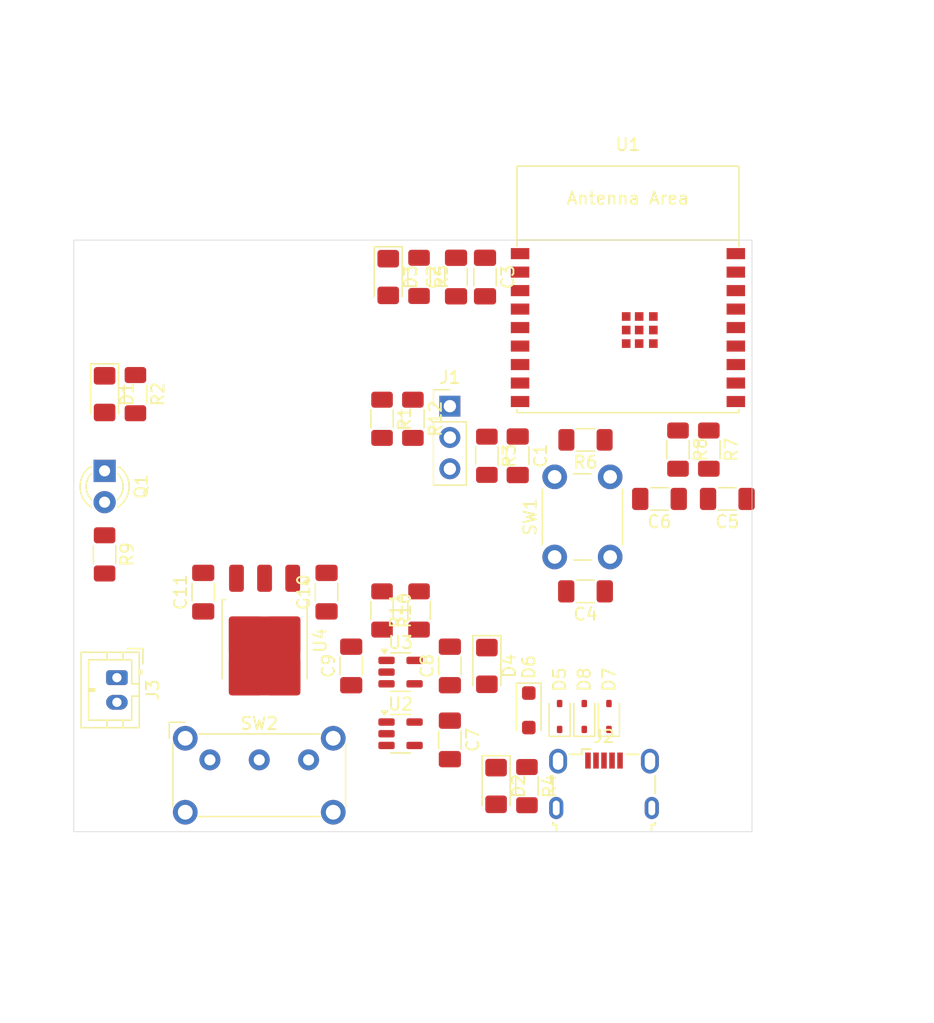
<source format=kicad_pcb>
(kicad_pcb (version 20240108) (generator "pcbnew") (generator_version "8.0")
  (title_block (title "laser photogate reporter") (date "2024-03-26") (rev "1") (company "Trevor Vannoy"))
  (layers (0 "F.Cu" signal) (31 "B.Cu" signal) (34 "B.Paste" user) (35 "F.Paste" user) (36 "B.SilkS" user "B.Silkscreen") (37 "F.SilkS" user "F.Silkscreen") (38 "B.Mask" user) (39 "F.Mask" user) (44 "Edge.Cuts" user))
  (net 0 "")
  (net 1 "/EN")
  (net 2 "GND")
  (net 3 "+3V3")
  (net 4 "Net-(C4-Pad1)")
  (net 5 "/USB_D-")
  (net 6 "/USB_D+")
  (net 7 "VDD")
  (net 8 "VBAT")
  (net 9 "Net-(D1-A)")
  (net 10 "Net-(D2-A)")
  (net 11 "Net-(D3-A)")
  (net 12 "Net-(D4-K)")
  (net 13 "VBUS")
  (net 14 "/IO9")
  (net 16 "/~{LASER_TRIPPED}")
  (net 17 "/IO2")
  (net 18 "/HEARTBEAT")
  (net 19 "Net-(U1-GPIO18{slash}USB_D-)")
  (net 20 "Net-(U1-GPIO19{slash}USB_D+)")
  (net 21 "Net-(U3-STAT)")
  (net 22 "Net-(U3-PROG)")
  (net 23 "/IO8")
  (net 24 "Net-(SW2-B)")
  (footprint "Package_TO_SOT_SMD:SOT-23-5" (layer "F.Cu") (at 172 87.05)
    (property "Reference" "U3" (at 0 -2.4 360) (layer "F.SilkS"))
    (property "Value" "MCP73831-2-OT")
    (fp_line (start 0 -1.56) (end -0.8 -1.56) (stroke (width 0.12)) (layer "F.SilkS"))
    (fp_line (start 0 -1.56) (end 0.8 -1.56) (stroke (width 0.12)) (layer "F.SilkS"))
    (fp_line (start 0 1.56) (end -0.8 1.56) (stroke (width 0.12)) (layer "F.SilkS"))
    (fp_line (start 0 1.56) (end 0.8 1.56) (stroke (width 0.12)) (layer "F.SilkS"))
    (fp_poly (pts (xy -1.3 -1.51) (xy -1.54 -1.84) (xy -1.06 -1.84) (xy -1.3 -1.51)) (stroke (width 0.12)) (fill solid) (layer "F.SilkS"))
    (pad "1" smd roundrect (at -1.1375 -0.95) (size 1.325 0.6) (layers "F.Cu" "F.Paste" "F.Mask") (net 21 "Net-(U3-STAT)"))
    (pad "2" smd roundrect (at -1.1375 0) (size 1.325 0.6) (layers "F.Cu" "F.Paste" "F.Mask") (net 2 "GND"))
    (pad "3" smd roundrect (at -1.1375 0.95) (size 1.325 0.6) (layers "F.Cu" "F.Paste" "F.Mask") (net 8 "VBAT"))
    (pad "4" smd roundrect (at 1.1375 0.95) (size 1.325 0.6) (layers "F.Cu" "F.Paste" "F.Mask") (net 7 "VDD"))
    (pad "5" smd roundrect (at 1.1375 -0.95) (size 1.325 0.6) (layers "F.Cu" "F.Paste" "F.Mask") (net 22 "Net-(U3-PROG)"))
  )
  (footprint "Capacitor_SMD:C_1206_3216Metric_Pad1.33x1.80mm_HandSolder" (layer "F.Cu") (at 193 73 180)
    (property "Reference" "C6" (at 0 -1.85 180) (layer "F.SilkS"))
    (property "Value" "22pF")
    (fp_line (start -0.711252 0.91) (end 0.711252 0.91) (stroke (width 0.12)) (layer "F.SilkS"))
    (fp_line (start -0.711252 -0.91) (end 0.711252 -0.91) (stroke (width 0.12)) (layer "F.SilkS"))
    (pad "1" smd roundrect (at -1.5625 0 180) (size 1.325 1.8) (layers "F.Cu" "F.Paste" "F.Mask") (roundrect_rratio 0.188679) (net 6 "/USB_D+"))
    (pad "2" smd roundrect (at 1.5625 0 180) (size 1.325 1.8) (layers "F.Cu" "F.Paste" "F.Mask") (roundrect_rratio 0.188679) (net 2 "GND"))
  )
  (footprint "Resistor_SMD:R_1206_3216Metric_Pad1.30x1.75mm_HandSolder" (layer "F.Cu") (at 179 69.5 -90)
    (property "Reference" "R3" (at 0 -1.82 90) (layer "F.SilkS"))
    (property "Value" "10k")
    (fp_line (start -0.727064 0.91) (end 0.727064 0.91) (stroke (width 0.12)) (layer "F.SilkS"))
    (fp_line (start -0.727064 -0.91) (end 0.727064 -0.91) (stroke (width 0.12)) (layer "F.SilkS"))
    (pad "1" smd roundrect (at -1.55 0 270) (size 1.3 1.75) (layers "F.Cu" "F.Paste" "F.Mask") (roundrect_rratio 0.192308) (net 1 "/EN"))
    (pad "2" smd roundrect (at 1.55 0 270) (size 1.3 1.75) (layers "F.Cu" "F.Paste" "F.Mask") (roundrect_rratio 0.192308) (net 3 "+3V3"))
  )
  (footprint "Resistor_SMD:R_1206_3216Metric_Pad1.30x1.75mm_HandSolder" (layer "F.Cu") (at 173 66.5 -90)
    (property "Reference" "R12" (at 0 -1.82 90) (layer "F.SilkS"))
    (property "Value" "10k")
    (fp_line (start -0.727064 0.91) (end 0.727064 0.91) (stroke (width 0.12)) (layer "F.SilkS"))
    (fp_line (start -0.727064 -0.91) (end 0.727064 -0.91) (stroke (width 0.12)) (layer "F.SilkS"))
    (pad "1" smd roundrect (at -1.55 0 270) (size 1.3 1.75) (layers "F.Cu" "F.Paste" "F.Mask") (roundrect_rratio 0.192308) (net 23 "/IO8"))
    (pad "2" smd roundrect (at 1.55 0 270) (size 1.3 1.75) (layers "F.Cu" "F.Paste" "F.Mask") (roundrect_rratio 0.192308) (net 3 "+3V3"))
  )
  (footprint "Connector_PinHeader_2.54mm:PinHeader_1x03_P2.54mm_Vertical" (layer "F.Cu") (at 176 65.475)
    (property "Reference" "J1" (at 0 -2.33 360) (layer "F.SilkS"))
    (property "Value" "BOOT_MODE")
    (fp_line (start -1.33 -1.33) (end 0 -1.33) (stroke (width 0.12)) (layer "F.SilkS"))
    (fp_line (start -1.33 0) (end -1.33 -1.33) (stroke (width 0.12)) (layer "F.SilkS"))
    (fp_line (start -1.33 1.27) (end -1.33 6.41) (stroke (width 0.12)) (layer "F.SilkS"))
    (fp_line (start -1.33 1.27) (end 1.33 1.27) (stroke (width 0.12)) (layer "F.SilkS"))
    (fp_line (start -1.33 6.41) (end 1.33 6.41) (stroke (width 0.12)) (layer "F.SilkS"))
    (fp_line (start 1.33 1.27) (end 1.33 6.41) (stroke (width 0.12)) (layer "F.SilkS"))
    (pad "1" thru_hole rect (at 0 0) (size 1.7 1.7) (drill 1) (layers "*.Cu" "*.Mask") (net 14 "/IO9"))
    (pad "2" thru_hole oval (at 0 2.54) (size 1.7 1.7) (drill 1) (layers "*.Cu" "*.Mask") (net 2 "GND"))
    (pad "3" thru_hole oval (at 0 5.08) (size 1.7 1.7) (drill 1) (layers "*.Cu" "*.Mask") (net 2 "GND"))
  )
  (footprint "Capacitor_SMD:C_1206_3216Metric_Pad1.33x1.80mm_HandSolder" (layer "F.Cu") (at 187 80.5 180)
    (property "Reference" "C4" (at 0 -1.85 180) (layer "F.SilkS"))
    (property "Value" "1uF")
    (fp_line (start -0.711252 0.91) (end 0.711252 0.91) (stroke (width 0.12)) (layer "F.SilkS"))
    (fp_line (start -0.711252 -0.91) (end 0.711252 -0.91) (stroke (width 0.12)) (layer "F.SilkS"))
    (pad "1" smd roundrect (at -1.5625 0 180) (size 1.325 1.8) (layers "F.Cu" "F.Paste" "F.Mask") (roundrect_rratio 0.188679) (net 4 "Net-(C4-Pad1)"))
    (pad "2" smd roundrect (at 1.5625 0 180) (size 1.325 1.8) (layers "F.Cu" "F.Paste" "F.Mask") (roundrect_rratio 0.188679) (net 2 "GND"))
  )
  (footprint "Capacitor_SMD:C_1206_3216Metric_Pad1.33x1.80mm_HandSolder" (layer "F.Cu") (at 198.5 73 180)
    (property "Reference" "C5" (at 0 -1.85 180) (layer "F.SilkS"))
    (property "Value" "22pF")
    (fp_line (start -0.711252 0.91) (end 0.711252 0.91) (stroke (width 0.12)) (layer "F.SilkS"))
    (fp_line (start -0.711252 -0.91) (end 0.711252 -0.91) (stroke (width 0.12)) (layer "F.SilkS"))
    (pad "1" smd roundrect (at -1.5625 0 180) (size 1.325 1.8) (layers "F.Cu" "F.Paste" "F.Mask") (roundrect_rratio 0.188679) (net 2 "GND"))
    (pad "2" smd roundrect (at 1.5625 0 180) (size 1.325 1.8) (layers "F.Cu" "F.Paste" "F.Mask") (roundrect_rratio 0.188679) (net 5 "/USB_D-"))
  )
  (footprint "LED_THT:LED_D3.0mm_Clear" (layer "F.Cu") (at 148 70.725 -90)
    (property "Reference" "Q1" (at 1.27 -2.96 90) (layer "F.SilkS"))
    (property "Value" "Q_Photo_NPN")
    (fp_line (start -0.29 1.08) (end -0.29 1.236) (stroke (width 0.12)) (layer "F.SilkS"))
    (fp_line (start -0.29 -1.236) (end -0.29 -1.08) (stroke (width 0.12)) (layer "F.SilkS"))
    (fp_arc (start 2.31113 1.079837) (mid 1.270117 1.5) (end 0.229039 1.08) (stroke (width 0.12)) (layer "F.SilkS"))
    (fp_arc (start 2.942335 1.078608) (mid 1.366487 1.987659) (end -0.29 1.235516) (stroke (width 0.12)) (layer "F.SilkS"))
    (fp_arc (start 0.229039 -1.08) (mid 1.270117 -1.5) (end 2.31113 -1.079837) (stroke (width 0.12)) (layer "F.SilkS"))
    (fp_arc (start -0.29 -1.235516) (mid 1.366487 -1.987659) (end 2.942335 -1.078608) (stroke (width 0.12)) (layer "F.SilkS"))
    (pad "1" thru_hole rect (at 0 0 270) (size 1.8 1.8) (drill 0.9) (layers "*.Cu" "*.Mask") (net 3 "+3V3"))
    (pad "2" thru_hole circle (at 2.54 0 270) (size 1.8 1.8) (drill 0.9) (layers "*.Cu" "*.Mask") (net 16 "/~{LASER_TRIPPED}"))
  )
  (footprint "Resistor_SMD:R_1206_3216Metric_Pad1.30x1.75mm_HandSolder" (layer "F.Cu") (at 170.5 82.05 -90)
    (property "Reference" "R10" (at 0 -1.82 90) (layer "F.SilkS"))
    (property "Value" "390")
    (fp_line (start -0.727064 0.91) (end 0.727064 0.91) (stroke (width 0.12)) (layer "F.SilkS"))
    (fp_line (start -0.727064 -0.91) (end 0.727064 -0.91) (stroke (width 0.12)) (layer "F.SilkS"))
    (pad "1" smd roundrect (at -1.55 0 270) (size 1.3 1.75) (layers "F.Cu" "F.Paste" "F.Mask") (roundrect_rratio 0.192308) (net 12 "Net-(D4-K)"))
    (pad "2" smd roundrect (at 1.55 0 270) (size 1.3 1.75) (layers "F.Cu" "F.Paste" "F.Mask") (roundrect_rratio 0.192308) (net 21 "Net-(U3-STAT)"))
  )
  (footprint "Button_Switch_THT:SW_E-Switch_EG1224_SPDT_Angled" (layer "F.Cu") (at 156.5425 94.1675)
    (property "Reference" "SW2" (at 4 -2.95 0) (layer "F.SilkS"))
    (property "Value" "BAT_EN")
    (fp_line (start -3.3 -3.05) (end -2 -3.05) (stroke (width 0.12)) (layer "F.SilkS"))
    (fp_line (start -3.3 -1.75) (end -3.3 -3.05) (stroke (width 0.12)) (layer "F.SilkS"))
    (fp_line (start -3 3.85) (end -3 -1.35) (stroke (width 0.12)) (layer "F.SilkS"))
    (fp_line (start -0.95 -2.1) (end 8.95 -2.1) (stroke (width 0.12)) (layer "F.SilkS"))
    (fp_line (start 8.95 4.6) (end -0.95 4.6) (stroke (width 0.12)) (layer "F.SilkS"))
    (fp_line (start 11 -1.35) (end 11 3.85) (stroke (width 0.12)) (layer "F.SilkS"))
    (pad "" thru_hole circle (at -2 -1.75) (size 2 2) (drill 1.2) (layers "*.Cu" "*.Mask"))
    (pad "" thru_hole circle (at -2 4.25) (size 2 2) (drill 1.2) (layers "*.Cu" "*.Mask"))
    (pad "" thru_hole circle (at 10 -1.75) (size 2 2) (drill 1.2) (layers "*.Cu" "*.Mask"))
    (pad "" thru_hole circle (at 10 4.25) (size 2 2) (drill 1.2) (layers "*.Cu" "*.Mask"))
    (pad "1" thru_hole circle (at 0 0) (size 1.7 1.7) (drill 0.9) (layers "*.Cu" "*.Mask") (net 2 "GND"))
    (pad "2" thru_hole circle (at 4 0) (size 1.7 1.7) (drill 0.9) (layers "*.Cu" "*.Mask") (net 24 "Net-(SW2-B)"))
    (pad "3" thru_hole circle (at 8 0) (size 1.7 1.7) (drill 0.9) (layers "*.Cu" "*.Mask") (net 8 "VBAT"))
  )
  (footprint "Connector_JST:JST_PH_B2B-PH-K_1x02_P2.00mm_Vertical" (layer "F.Cu") (at 149 87.5 -90)
    (property "Reference" "J3" (at 1 -2.9 90) (layer "F.SilkS"))
    (property "Value" "BATTERY")
    (fp_line (start -2.06 2.91) (end 4.06 2.91) (stroke (width 0.12)) (layer "F.SilkS"))
    (fp_line (start 4.06 2.91) (end 4.06 -1.81) (stroke (width 0.12)) (layer "F.SilkS"))
    (fp_line (start -1.45 2.3) (end 3.45 2.3) (stroke (width 0.12)) (layer "F.SilkS"))
    (fp_line (start 0.9 2.3) (end 0.9 1.8) (stroke (width 0.12)) (layer "F.SilkS"))
    (fp_line (start 1 2.3) (end 1 1.8) (stroke (width 0.12)) (layer "F.SilkS"))
    (fp_line (start 3.45 2.3) (end 3.45 -1.2) (stroke (width 0.12)) (layer "F.SilkS"))
    (fp_line (start 0.9 1.8) (end 1.1 1.8) (stroke (width 0.12)) (layer "F.SilkS"))
    (fp_line (start 1.1 1.8) (end 1.1 2.3) (stroke (width 0.12)) (layer "F.SilkS"))
    (fp_line (start -2.06 0.8) (end -1.45 0.8) (stroke (width 0.12)) (layer "F.SilkS"))
    (fp_line (start 4.06 0.8) (end 3.45 0.8) (stroke (width 0.12)) (layer "F.SilkS"))
    (fp_line (start -2.06 -0.5) (end -1.45 -0.5) (stroke (width 0.12)) (layer "F.SilkS"))
    (fp_line (start 4.06 -0.5) (end 3.45 -0.5) (stroke (width 0.12)) (layer "F.SilkS"))
    (fp_line (start -1.45 -1.2) (end -1.45 2.3) (stroke (width 0.12)) (layer "F.SilkS"))
    (fp_line (start 0.5 -1.2) (end -1.45 -1.2) (stroke (width 0.12)) (layer "F.SilkS"))
    (fp_line (start 1.5 -1.2) (end 1.5 -1.81) (stroke (width 0.12)) (layer "F.SilkS"))
    (fp_line (start 3.45 -1.2) (end 1.5 -1.2) (stroke (width 0.12)) (layer "F.SilkS"))
    (fp_line (start -2.06 -1.81) (end -2.06 2.91) (stroke (width 0.12)) (layer "F.SilkS"))
    (fp_line (start -0.3 -1.81) (end -0.3 -2.01) (stroke (width 0.12)) (layer "F.SilkS"))
    (fp_line (start 0.5 -1.81) (end 0.5 -1.2) (stroke (width 0.12)) (layer "F.SilkS"))
    (fp_line (start 4.06 -1.81) (end -2.06 -1.81) (stroke (width 0.12)) (layer "F.SilkS"))
    (fp_line (start -0.3 -1.91) (end -0.6 -1.91) (stroke (width 0.12)) (layer "F.SilkS"))
    (fp_line (start -0.6 -2.01) (end -0.6 -1.81) (stroke (width 0.12)) (layer "F.SilkS"))
    (fp_line (start -0.3 -2.01) (end -0.6 -2.01) (stroke (width 0.12)) (layer "F.SilkS"))
    (fp_line (start -2.36 -2.11) (end -2.36 -0.86) (stroke (width 0.12)) (layer "F.SilkS"))
    (fp_line (start -1.11 -2.11) (end -2.36 -2.11) (stroke (width 0.12)) (layer "F.SilkS"))
    (pad "1" thru_hole roundrect (at 0 0 270) (size 1.2 1.75) (drill 0.75) (layers "*.Cu" "*.Mask") (roundrect_rratio 0.208333) (net 2 "GND"))
    (pad "2" thru_hole oval (at 2 0 270) (size 1.2 1.75) (drill 0.75) (layers "*.Cu" "*.Mask") (net 8 "VBAT"))
  )
  (footprint "LED_SMD:LED_1206_3216Metric_Pad1.42x1.75mm_HandSolder" (layer "F.Cu") (at 171 55 -90)
    (property "Reference" "D3" (at 0 -1.82 90) (layer "F.SilkS"))
    (property "Value" "3V3")
    (fp_line (start -2.46 1.135) (end 1.6 1.135) (stroke (width 0.12)) (layer "F.SilkS"))
    (fp_line (start -2.46 -1.135) (end -2.46 1.135) (stroke (width 0.12)) (layer "F.SilkS"))
    (fp_line (start 1.6 -1.135) (end -2.46 -1.135) (stroke (width 0.12)) (layer "F.SilkS"))
    (pad "1" smd roundrect (at -1.4875 0 270) (size 1.425 1.75) (layers "F.Cu" "F.Paste" "F.Mask") (roundrect_rratio 0.175439) (net 2 "GND"))
    (pad "2" smd roundrect (at 1.4875 0 270) (size 1.425 1.75) (layers "F.Cu" "F.Paste" "F.Mask") (roundrect_rratio 0.175439) (net 11 "Net-(D3-A)"))
  )
  (footprint "Button_Switch_THT:SW_PUSH_6mm_H4.3mm" (layer "F.Cu") (at 184.5 77.71 90)
    (property "Reference" "SW1" (at 3.25 -2 270) (layer "F.SilkS"))
    (property "Value" "RESET")
    (fp_line (start 5.5 -1) (end 1 -1) (stroke (width 0.12)) (layer "F.SilkS"))
    (fp_line (start -0.25 1.5) (end -0.25 3) (stroke (width 0.12)) (layer "F.SilkS"))
    (fp_line (start 6.75 3) (end 6.75 1.5) (stroke (width 0.12)) (layer "F.SilkS"))
    (fp_line (start 1 5.5) (end 5.5 5.5) (stroke (width 0.12)) (layer "F.SilkS"))
    (pad "1" thru_hole circle (at 0 0 180) (size 2 2) (drill 1.1) (layers "*.Cu" "*.Mask") (net 2 "GND"))
    (pad "1" thru_hole circle (at 6.5 0 180) (size 2 2) (drill 1.1) (layers "*.Cu" "*.Mask") (net 2 "GND"))
    (pad "2" thru_hole circle (at 0 4.5 180) (size 2 2) (drill 1.1) (layers "*.Cu" "*.Mask") (net 4 "Net-(C4-Pad1)"))
    (pad "2" thru_hole circle (at 6.5 4.5 180) (size 2 2) (drill 1.1) (layers "*.Cu" "*.Mask") (net 4 "Net-(C4-Pad1)"))
  )
  (footprint "PCM_Espressif:ESP32-C3-WROOM-02" (layer "F.Cu") (at 190.44 59)
    (property "Reference" "U1" (at 0 -14.75 0) (layer "F.SilkS"))
    (property "Value" "ESP32-C3-WROOM-02")
    (fp_line (start -9 -13) (end -9 -6.5) (stroke (width 0.12)) (layer "F.SilkS"))
    (fp_line (start -9 -13) (end 9 -13) (stroke (width 0.12)) (layer "F.SilkS"))
    (fp_line (start -9 7) (end -9 6.75) (stroke (width 0.12)) (layer "F.SilkS"))
    (fp_line (start 9 -13) (end 9 -6.5) (stroke (width 0.12)) (layer "F.SilkS"))
    (fp_line (start 9 -7) (end -8.95 -7) (stroke (width 0.12)) (layer "F.SilkS"))
    (fp_line (start 9 6.75) (end 9 7) (stroke (width 0.12)) (layer "F.SilkS"))
    (fp_line (start 9 7) (end -9 7) (stroke (width 0.12)) (layer "F.SilkS"))
    (fp_text user "Antenna Area" (at 0 -10.4 0) (layer "F.SilkS"))
    (pad "1" smd rect (at -8.75 -5.9) (size 1.5 0.9) (layers "F.Cu" "F.Paste" "F.Mask") (net 3 "+3V3"))
    (pad "2" smd rect (at -8.75 -4.4) (size 1.5 0.9) (layers "F.Cu" "F.Paste" "F.Mask") (net 1 "/EN"))
    (pad "3" smd rect (at -8.75 -2.9) (size 1.5 0.9) (layers "F.Cu" "F.Paste" "F.Mask"))
    (pad "4" smd rect (at -8.75 -1.4) (size 1.5 0.9) (layers "F.Cu" "F.Paste" "F.Mask"))
    (pad "5" smd rect (at -8.75 0.1) (size 1.5 0.9) (layers "F.Cu" "F.Paste" "F.Mask"))
    (pad "6" smd rect (at -8.75 1.6) (size 1.5 0.9) (layers "F.Cu" "F.Paste" "F.Mask"))
    (pad "7" smd rect (at -8.75 3.1) (size 1.5 0.9) (layers "F.Cu" "F.Paste" "F.Mask") (net 23 "/IO8"))
    (pad "8" smd rect (at -8.75 4.6) (size 1.5 0.9) (layers "F.Cu" "F.Paste" "F.Mask") (net 14 "/IO9"))
    (pad "9" smd rect (at -8.75 6.1) (size 1.5 0.9) (layers "F.Cu" "F.Paste" "F.Mask") (net 2 "GND"))
    (pad "10" smd rect (at 8.75 6.1 180) (size 1.5 0.9) (layers "F.Cu" "F.Paste" "F.Mask"))
    (pad "11" smd rect (at 8.75 4.6 180) (size 1.5 0.9) (layers "F.Cu" "F.Paste" "F.Mask"))
    (pad "12" smd rect (at 8.75 3.1 180) (size 1.5 0.9) (layers "F.Cu" "F.Paste" "F.Mask"))
    (pad "13" smd rect (at 8.75 1.6 180) (size 1.5 0.9) (layers "F.Cu" "F.Paste" "F.Mask") (net 19 "Net-(U1-GPIO18{slash}USB_D-)"))
    (pad "14" smd rect (at 8.75 0.1 180) (size 1.5 0.9) (layers "F.Cu" "F.Paste" "F.Mask") (net 20 "Net-(U1-GPIO19{slash}USB_D+)"))
    (pad "15" smd rect (at 8.75 -1.4 180) (size 1.5 0.9) (layers "F.Cu" "F.Paste" "F.Mask"))
    (pad "16" smd rect (at 8.75 -2.9 180) (size 1.5 0.9) (layers "F.Cu" "F.Paste" "F.Mask") (net 17 "/IO2"))
    (pad "17" smd rect (at 8.75 -4.4 180) (size 1.5 0.9) (layers "F.Cu" "F.Paste" "F.Mask") (net 16 "/~{LASER_TRIPPED}"))
    (pad "18" smd rect (at 8.75 -5.9 180) (size 1.5 0.9) (layers "F.Cu" "F.Paste" "F.Mask") (net 18 "/HEARTBEAT"))
    (pad "19" smd rect (at -0.14 -0.8 180) (size 0.7 0.7) (layers "F.Cu" "F.Paste" "F.Mask") (net 2 "GND"))
    (pad "19" smd rect (at -0.14 0.3 180) (size 0.7 0.7) (layers "F.Cu" "F.Paste" "F.Mask") (net 2 "GND"))
    (pad "19" smd rect (at -0.14 1.4 180) (size 0.7 0.7) (layers "F.Cu" "F.Paste" "F.Mask") (net 2 "GND"))
    (pad "19" smd rect (at 0.91 -0.8 180) (size 0.7 0.7) (layers "F.Cu" "F.Paste" "F.Mask") (net 2 "GND"))
    (pad "19" smd rect (at 0.91 0.3 180) (size 0.7 0.7) (layers "F.Cu" "F.Paste" "F.Mask") (net 2 "GND"))
    (pad "19" smd rect (at 0.91 1.4 180) (size 0.7 0.7) (layers "F.Cu" "F.Paste" "F.Mask") (net 2 "GND"))
    (pad "19" smd rect (at 2.06 -0.8 180) (size 0.7 0.7) (layers "F.Cu" "F.Paste" "F.Mask") (net 2 "GND"))
    (pad "19" smd rect (at 2.06 0.3 180) (size 0.7 0.7) (layers "F.Cu" "F.Paste" "F.Mask") (net 2 "GND"))
    (pad "19" smd rect (at 2.06 1.4 180) (size 0.7 0.7) (layers "F.Cu" "F.Paste" "F.Mask") (net 2 "GND"))
  )
  (footprint "Resistor_SMD:R_1206_3216Metric_Pad1.30x1.75mm_HandSolder" (layer "F.Cu") (at 194.5 69 -90)
    (property "Reference" "R8" (at 0 -1.82 90) (layer "F.SilkS"))
    (property "Value" "0")
    (fp_line (start -0.727064 0.91) (end 0.727064 0.91) (stroke (width 0.12)) (layer "F.SilkS"))
    (fp_line (start -0.727064 -0.91) (end 0.727064 -0.91) (stroke (width 0.12)) (layer "F.SilkS"))
    (pad "1" smd roundrect (at -1.55 0 270) (size 1.3 1.75) (layers "F.Cu" "F.Paste" "F.Mask") (roundrect_rratio 0.192308) (net 20 "Net-(U1-GPIO19{slash}USB_D+)"))
    (pad "2" smd roundrect (at 1.55 0 270) (size 1.3 1.75) (layers "F.Cu" "F.Paste" "F.Mask") (roundrect_rratio 0.192308) (net 6 "/USB_D+"))
  )
  (footprint "Diode_SMD:D_SOD-123F" (layer "F.Cu") (at 182.4 90.15 -90)
    (property "Reference" "D5" (at -2.5 -2.5 90) (layer "F.SilkS"))
    (property "Value" "NRVB120VLSF")
    (fp_line (start -2.21 1) (end 1.65 1) (stroke (width 0.12)) (layer "F.SilkS"))
    (fp_line (start -2.21 -1) (end -2.21 1) (stroke (width 0.12)) (layer "F.SilkS"))
    (fp_line (start -2.21 -1) (end 1.65 -1) (stroke (width 0.12)) (layer "F.SilkS"))
    (pad "1" smd roundrect (at -1.4 0 270) (size 1.1 1.1) (layers "F.Cu" "F.Paste" "F.Mask") (roundrect_rratio 0.2272727273) (net 7 "VDD"))
    (pad "2" smd roundrect (at 1.4 0 270) (size 1.1 1.1) (layers "F.Cu" "F.Paste" "F.Mask") (roundrect_rratio 0.2272727273) (net 13 "VBUS"))
  )
  (footprint "Resistor_SMD:R_1206_3216Metric_Pad1.30x1.75mm_HandSolder" (layer "F.Cu") (at 148 77.5 -90)
    (property "Reference" "R9" (at 0 -1.82 90) (layer "F.SilkS"))
    (property "Value" "10k")
    (fp_line (start -0.727064 0.91) (end 0.727064 0.91) (stroke (width 0.12)) (layer "F.SilkS"))
    (fp_line (start -0.727064 -0.91) (end 0.727064 -0.91) (stroke (width 0.12)) (layer "F.SilkS"))
    (pad "1" smd roundrect (at -1.55 0 270) (size 1.3 1.75) (layers "F.Cu" "F.Paste" "F.Mask") (roundrect_rratio 0.192308) (net 16 "/~{LASER_TRIPPED}"))
    (pad "2" smd roundrect (at 1.55 0 270) (size 1.3 1.75) (layers "F.Cu" "F.Paste" "F.Mask") (roundrect_rratio 0.192308) (net 2 "GND"))
  )
  (footprint "LED_SMD:LED_1206_3216Metric_Pad1.42x1.75mm_HandSolder" (layer "F.Cu") (at 148 64.5 -90)
    (property "Reference" "D1" (at 0 -1.82 90) (layer "F.SilkS"))
    (property "Value" "HEARTBEAT")
    (fp_line (start -2.46 1.135) (end 1.6 1.135) (stroke (width 0.12)) (layer "F.SilkS"))
    (fp_line (start -2.46 -1.135) (end -2.46 1.135) (stroke (width 0.12)) (layer "F.SilkS"))
    (fp_line (start 1.6 -1.135) (end -2.46 -1.135) (stroke (width 0.12)) (layer "F.SilkS"))
    (pad "1" smd roundrect (at -1.4875 0 270) (size 1.425 1.75) (layers "F.Cu" "F.Paste" "F.Mask") (roundrect_rratio 0.175439) (net 2 "GND"))
    (pad "2" smd roundrect (at 1.4875 0 270) (size 1.425 1.75) (layers "F.Cu" "F.Paste" "F.Mask") (roundrect_rratio 0.175439) (net 9 "Net-(D1-A)"))
  )
  (footprint "Resistor_SMD:R_1206_3216Metric_Pad1.30x1.75mm_HandSolder" (layer "F.Cu") (at 173.5 82.05 90)
    (property "Reference" "R11" (at 0 -1.82 270) (layer "F.SilkS"))
    (property "Value" "2k")
    (fp_line (start -0.727064 -0.91) (end 0.727064 -0.91) (stroke (width 0.12)) (layer "F.SilkS"))
    (fp_line (start -0.727064 0.91) (end 0.727064 0.91) (stroke (width 0.12)) (layer "F.SilkS"))
    (pad "1" smd roundrect (at -1.55 0 90) (size 1.3 1.75) (layers "F.Cu" "F.Paste" "F.Mask") (roundrect_rratio 0.192308) (net 22 "Net-(U3-PROG)"))
    (pad "2" smd roundrect (at 1.55 0 90) (size 1.3 1.75) (layers "F.Cu" "F.Paste" "F.Mask") (roundrect_rratio 0.192308) (net 2 "GND"))
  )
  (footprint "Capacitor_SMD:C_1206_3216Metric_Pad1.33x1.80mm_HandSolder" (layer "F.Cu") (at 168 86.55 90)
    (property "Reference" "C9" (at 0 -1.85 270) (layer "F.SilkS"))
    (property "Value" "4.7uF")
    (fp_line (start -0.711252 -0.91) (end 0.711252 -0.91) (stroke (width 0.12)) (layer "F.SilkS"))
    (fp_line (start -0.711252 0.91) (end 0.711252 0.91) (stroke (width 0.12)) (layer "F.SilkS"))
    (pad "1" smd roundrect (at -1.5625 0 90) (size 1.325 1.8) (layers "F.Cu" "F.Paste" "F.Mask") (roundrect_rratio 0.188679) (net 8 "VBAT"))
    (pad "2" smd roundrect (at 1.5625 0 90) (size 1.325 1.8) (layers "F.Cu" "F.Paste" "F.Mask") (roundrect_rratio 0.188679) (net 2 "GND"))
  )
  (footprint "Resistor_SMD:R_1206_3216Metric_Pad1.30x1.75mm_HandSolder" (layer "F.Cu") (at 150.5 64.5 -90)
    (property "Reference" "R2" (at 0 -1.82 90) (layer "F.SilkS"))
    (property "Value" "180")
    (fp_line (start -0.727064 0.91) (end 0.727064 0.91) (stroke (width 0.12)) (layer "F.SilkS"))
    (fp_line (start -0.727064 -0.91) (end 0.727064 -0.91) (stroke (width 0.12)) (layer "F.SilkS"))
    (pad "1" smd roundrect (at -1.55 0 270) (size 1.3 1.75) (layers "F.Cu" "F.Paste" "F.Mask") (roundrect_rratio 0.192308) (net 18 "/HEARTBEAT"))
    (pad "2" smd roundrect (at 1.55 0 270) (size 1.3 1.75) (layers "F.Cu" "F.Paste" "F.Mask") (roundrect_rratio 0.192308) (net 9 "Net-(D1-A)"))
  )
  (footprint "Diode_SMD:D_SOD-323" (layer "F.Cu") (at 184.9 90.65 90)
    (property "Reference" "D6" (at 4 -2.5 270) (layer "F.SilkS"))
    (property "Value" "SD05_SOD323")
    (fp_line (start -1.61 -0.85) (end 1.05 -0.85) (stroke (width 0.12)) (layer "F.SilkS"))
    (fp_line (start -1.61 -0.85) (end -1.61 0.85) (stroke (width 0.12)) (layer "F.SilkS"))
    (fp_line (start -1.61 0.85) (end 1.05 0.85) (stroke (width 0.12)) (layer "F.SilkS"))
    (pad "1" smd roundrect (at -1.05 0 90) (size 0.6 0.45) (layers "F.Cu" "F.Paste" "F.Mask") (net 13 "VBUS"))
    (pad "2" smd roundrect (at 1.05 0 90) (size 0.6 0.45) (layers "F.Cu" "F.Paste" "F.Mask") (net 2 "GND"))
  )
  (footprint "MountingHole:MountingHole_3.2mm_M3" (layer "F.Cu") (at 197 96.5)
    (property "Reference" "REF**" (hide yes))
    (property "Value" "MountingHole_3.2mm_M3")
    (pad "" np_thru_hole circle (at 0 0) (size 3.2 3.2) (drill 3.2) (layers "*.Cu" "*.Mask"))
  )
  (footprint "MountingHole:MountingHole_3.2mm_M3" (layer "F.Cu") (at 149 55.5)
    (property "Reference" "REF**" (hide yes))
    (property "Value" "MountingHole_3.2mm_M3")
    (pad "" np_thru_hole circle (at 0 0) (size 3.2 3.2) (drill 3.2) (layers "F&B.Cu" "*.Mask"))
  )
  (footprint "MountingHole:MountingHole_3.2mm_M3" (layer "F.Cu") (at 149 96.5)
    (property "Reference" "REF**" (hide yes))
    (property "Value" "MountingHole_3.2mm_M3")
    (pad "" np_thru_hole circle (at 0 0) (size 3.2 3.2) (drill 3.2) (layers "F&B.Cu" "*.Mask"))
  )
  (footprint "Resistor_SMD:R_1206_3216Metric_Pad1.30x1.75mm_HandSolder" (layer "F.Cu") (at 187 68.21 180)
    (property "Reference" "R6" (at 0 -1.82 180) (layer "F.SilkS"))
    (property "Value" "0")
    (fp_line (start -0.727064 0.91) (end 0.727064 0.91) (stroke (width 0.12)) (layer "F.SilkS"))
    (fp_line (start -0.727064 -0.91) (end 0.727064 -0.91) (stroke (width 0.12)) (layer "F.SilkS"))
    (pad "1" smd roundrect (at -1.55 0 180) (size 1.3 1.75) (layers "F.Cu" "F.Paste" "F.Mask") (roundrect_rratio 0.192308) (net 4 "Net-(C4-Pad1)"))
    (pad "2" smd roundrect (at 1.55 0 180) (size 1.3 1.75) (layers "F.Cu" "F.Paste" "F.Mask") (roundrect_rratio 0.192308) (net 1 "/EN"))
  )
  (footprint "Package_TO_SOT_SMD:SOT-23-5" (layer "F.Cu") (at 172 92.05)
    (property "Reference" "U2" (at 0 -2.4 360) (layer "F.SilkS"))
    (property "Value" "MAX40200AUK")
    (fp_line (start 0 -1.56) (end -0.8 -1.56) (stroke (width 0.12)) (layer "F.SilkS"))
    (fp_line (start 0 -1.56) (end 0.8 -1.56) (stroke (width 0.12)) (layer "F.SilkS"))
    (fp_line (start 0 1.56) (end -0.8 1.56) (stroke (width 0.12)) (layer "F.SilkS"))
    (fp_line (start 0 1.56) (end 0.8 1.56) (stroke (width 0.12)) (layer "F.SilkS"))
    (fp_poly (pts (xy -1.3 -1.51) (xy -1.54 -1.84) (xy -1.06 -1.84) (xy -1.3 -1.51)) (stroke (width 0.12)) (fill solid) (layer "F.SilkS"))
    (pad "1" smd roundrect (at -1.1375 -0.95) (size 1.325 0.6) (layers "F.Cu" "F.Paste" "F.Mask") (net 8 "VBAT"))
    (pad "2" smd roundrect (at -1.1375 0) (size 1.325 0.6) (layers "F.Cu" "F.Paste" "F.Mask") (net 2 "GND"))
    (pad "3" smd roundrect (at -1.1375 0.95) (size 1.325 0.6) (layers "F.Cu" "F.Paste" "F.Mask") (net 24 "Net-(SW2-B)"))
    (pad "4" smd roundrect (at 1.1375 0.95) (size 1.325 0.6) (layers "F.Cu" "F.Paste" "F.Mask"))
    (pad "5" smd roundrect (at 1.1375 -0.95) (size 1.325 0.6) (layers "F.Cu" "F.Paste" "F.Mask") (net 7 "VDD"))
  )
  (footprint "LED_SMD:LED_1206_3216Metric_Pad1.42x1.75mm_HandSolder" (layer "F.Cu") (at 179.75 96.2875 -90)
    (property "Reference" "D2" (at 0 -1.82 90) (layer "F.SilkS"))
    (property "Value" "VBUS")
    (fp_line (start -2.46 1.135) (end 1.6 1.135) (stroke (width 0.12)) (layer "F.SilkS"))
    (fp_line (start -2.46 -1.135) (end -2.46 1.135) (stroke (width 0.12)) (layer "F.SilkS"))
    (fp_line (start 1.6 -1.135) (end -2.46 -1.135) (stroke (width 0.12)) (layer "F.SilkS"))
    (pad "1" smd roundrect (at -1.4875 0 270) (size 1.425 1.75) (layers "F.Cu" "F.Paste" "F.Mask") (roundrect_rratio 0.175439) (net 2 "GND"))
    (pad "2" smd roundrect (at 1.4875 0 270) (size 1.425 1.75) (layers "F.Cu" "F.Paste" "F.Mask") (roundrect_rratio 0.175439) (net 10 "Net-(D2-A)"))
  )
  (footprint "Capacitor_SMD:C_1206_3216Metric_Pad1.33x1.80mm_HandSolder" (layer "F.Cu") (at 176 92.55 -90)
    (property "Reference" "C7" (at 0 -1.85 90) (layer "F.SilkS"))
    (property "Value" "10uF")
    (fp_line (start -0.711252 0.91) (end 0.711252 0.91) (stroke (width 0.12)) (layer "F.SilkS"))
    (fp_line (start -0.711252 -0.91) (end 0.711252 -0.91) (stroke (width 0.12)) (layer "F.SilkS"))
    (pad "1" smd roundrect (at -1.5625 0 270) (size 1.325 1.8) (layers "F.Cu" "F.Paste" "F.Mask") (roundrect_rratio 0.188679) (net 7 "VDD"))
    (pad "2" smd roundrect (at 1.5625 0 270) (size 1.325 1.8) (layers "F.Cu" "F.Paste" "F.Mask") (roundrect_rratio 0.188679) (net 2 "GND"))
  )
  (footprint "MountingHole:MountingHole_3.2mm_M3" (layer "F.Cu") (at 195 36)
    (property "Reference" "REF**" (hide yes))
    (property "Value" "MountingHole_3.2mm_M3")
    (pad "" np_thru_hole circle (at 0 0) (size 3.2 3.2) (drill 3.2) (layers "F&B.Cu" "*.Mask"))
  )
  (footprint "Connector_USB:USB_Micro-B_Wuerth_629105150521" (layer "F.Cu") (at 188.5 96.125)
    (property "Reference" "J2" (at 0 -3.85 0) (layer "F.SilkS"))
    (property "Value" "USB_B_Micro")
    (fp_line (start -4.15 -0.65) (end -4.15 0.75) (stroke (width 0.15)) (layer "F.SilkS"))
    (fp_line (start -4.15 3.15) (end -4.15 3.3) (stroke (width 0.15)) (layer "F.SilkS"))
    (fp_line (start -4.15 3.3) (end -3.85 3.3) (stroke (width 0.15)) (layer "F.SilkS"))
    (fp_line (start -3.85 3.3) (end -3.85 3.75) (stroke (width 0.15)) (layer "F.SilkS"))
    (fp_line (start -1.8 -2.825) (end -1.8 -2.4) (stroke (width 0.15)) (layer "F.SilkS"))
    (fp_line (start -1.8 -2.4) (end -2.8 -2.4) (stroke (width 0.15)) (layer "F.SilkS"))
    (fp_line (start -1.075 -2.825) (end -1.8 -2.825) (stroke (width 0.15)) (layer "F.SilkS"))
    (fp_line (start 1.8 -2.4) (end 2.8 -2.4) (stroke (width 0.15)) (layer "F.SilkS"))
    (fp_line (start 3.85 3.3) (end 4.15 3.3) (stroke (width 0.15)) (layer "F.SilkS"))
    (fp_line (start 3.85 3.75) (end 3.85 3.3) (stroke (width 0.15)) (layer "F.SilkS"))
    (fp_line (start 4.15 0.75) (end 4.15 -0.65) (stroke (width 0.15)) (layer "F.SilkS"))
    (fp_line (start 4.15 3.3) (end 4.15 3.15) (stroke (width 0.15)) (layer "F.SilkS"))
    (pad "" np_thru_hole oval (at -2.5 -0.8) (size 0.8 0.8) (drill 0.8) (layers "*.Cu" "*.Mask"))
    (pad "" np_thru_hole oval (at 2.5 -0.8) (size 0.8 0.8) (drill 0.8) (layers "*.Cu" "*.Mask"))
    (pad "1" smd rect (at -1.3 -1.9) (size 0.45 1.3) (layers "F.Cu" "F.Paste" "F.Mask") (net 13 "VBUS"))
    (pad "2" smd rect (at -0.65 -1.9) (size 0.45 1.3) (layers "F.Cu" "F.Paste" "F.Mask") (net 5 "/USB_D-"))
    (pad "3" smd rect (at 0 -1.9) (size 0.45 1.3) (layers "F.Cu" "F.Paste" "F.Mask") (net 6 "/USB_D+"))
    (pad "4" smd rect (at 0.65 -1.9) (size 0.45 1.3) (layers "F.Cu" "F.Paste" "F.Mask"))
    (pad "5" smd rect (at 1.3 -1.9) (size 0.45 1.3) (layers "F.Cu" "F.Paste" "F.Mask") (net 2 "GND"))
    (pad "6" thru_hole oval (at -3.875 1.95) (size 1.15 1.8) (drill oval 0.55 1.2) (layers "*.Cu" "*.Mask") (net 2 "GND"))
    (pad "6" thru_hole oval (at -3.725 -1.85) (size 1.45 2) (drill oval 0.85 1.4) (layers "*.Cu" "*.Mask") (net 2 "GND"))
    (pad "6" thru_hole oval (at 3.725 -1.85) (size 1.45 2) (drill oval 0.85 1.4) (layers "*.Cu" "*.Mask") (net 2 "GND"))
    (pad "6" thru_hole oval (at 3.875 1.95) (size 1.15 1.8) (drill oval 0.55 1.2) (layers "*.Cu" "*.Mask") (net 2 "GND"))
  )
  (footprint "Resistor_SMD:R_1206_3216Metric_Pad1.30x1.75mm_HandSolder" (layer "F.Cu") (at 197 69 -90)
    (property "Reference" "R7" (at 0 -1.82 90) (layer "F.SilkS"))
    (property "Value" "0")
    (fp_line (start -0.727064 0.91) (end 0.727064 0.91) (stroke (width 0.12)) (layer "F.SilkS"))
    (fp_line (start -0.727064 -0.91) (end 0.727064 -0.91) (stroke (width 0.12)) (layer "F.SilkS"))
    (pad "1" smd roundrect (at -1.55 0 270) (size 1.3 1.75) (layers "F.Cu" "F.Paste" "F.Mask") (roundrect_rratio 0.192308) (net 19 "Net-(U1-GPIO18{slash}USB_D-)"))
    (pad "2" smd roundrect (at 1.55 0 270) (size 1.3 1.75) (layers "F.Cu" "F.Paste" "F.Mask") (roundrect_rratio 0.192308) (net 5 "/USB_D-"))
  )
  (footprint "Capacitor_SMD:C_1206_3216Metric_Pad1.33x1.80mm_HandSolder" (layer "F.Cu") (at 156 80.5625 90)
    (property "Reference" "C11" (at 0 -1.85 270) (layer "F.SilkS"))
    (property "Value" "2.2uF")
    (fp_line (start -0.711252 -0.91) (end 0.711252 -0.91) (stroke (width 0.12)) (layer "F.SilkS"))
    (fp_line (start -0.711252 0.91) (end 0.711252 0.91) (stroke (width 0.12)) (layer "F.SilkS"))
    (pad "1" smd roundrect (at -1.5625 0 90) (size 1.325 1.8) (layers "F.Cu" "F.Paste" "F.Mask") (roundrect_rratio 0.188679) (net 2 "GND"))
    (pad "2" smd roundrect (at 1.5625 0 90) (size 1.325 1.8) (layers "F.Cu" "F.Paste" "F.Mask") (roundrect_rratio 0.188679) (net 3 "+3V3"))
  )
  (footprint "Diode_SMD:D_SOD-323" (layer "F.Cu") (at 188.9 90.65 90)
    (property "Reference" "D7" (at 3 0 270) (layer "F.SilkS"))
    (property "Value" "SD05_SOD323")
    (fp_line (start -1.61 -0.85) (end 1.05 -0.85) (stroke (width 0.12)) (layer "F.SilkS"))
    (fp_line (start -1.61 -0.85) (end -1.61 0.85) (stroke (width 0.12)) (layer "F.SilkS"))
    (fp_line (start -1.61 0.85) (end 1.05 0.85) (stroke (width 0.12)) (layer "F.SilkS"))
    (pad "1" smd roundrect (at -1.05 0 90) (size 0.6 0.45) (layers "F.Cu" "F.Paste" "F.Mask") (net 6 "/USB_D+"))
    (pad "2" smd roundrect (at 1.05 0 90) (size 0.6 0.45) (layers "F.Cu" "F.Paste" "F.Mask") (net 2 "GND"))
  )
  (footprint "Resistor_SMD:R_1206_3216Metric_Pad1.30x1.75mm_HandSolder" (layer "F.Cu") (at 170.5 66.5 -90)
    (property "Reference" "R1" (at 0 -1.82 90) (layer "F.SilkS"))
    (property "Value" "10k")
    (fp_line (start -0.727064 0.91) (end 0.727064 0.91) (stroke (width 0.12)) (layer "F.SilkS"))
    (fp_line (start -0.727064 -0.91) (end 0.727064 -0.91) (stroke (width 0.12)) (layer "F.SilkS"))
    (pad "1" smd roundrect (at -1.55 0 270) (size 1.3 1.75) (layers "F.Cu" "F.Paste" "F.Mask") (roundrect_rratio 0.192308) (net 17 "/IO2"))
    (pad "2" smd roundrect (at 1.55 0 270) (size 1.3 1.75) (layers "F.Cu" "F.Paste" "F.Mask") (roundrect_rratio 0.192308) (net 3 "+3V3"))
  )
  (footprint "Resistor_SMD:R_1206_3216Metric_Pad1.30x1.75mm_HandSolder" (layer "F.Cu") (at 182.25 96.3 -90)
    (property "Reference" "R4" (at 0 -1.82 90) (layer "F.SilkS"))
    (property "Value" "180")
    (fp_line (start -0.727064 0.91) (end 0.727064 0.91) (stroke (width 0.12)) (layer "F.SilkS"))
    (fp_line (start -0.727064 -0.91) (end 0.727064 -0.91) (stroke (width 0.12)) (layer "F.SilkS"))
    (pad "1" smd roundrect (at -1.55 0 270) (size 1.3 1.75) (layers "F.Cu" "F.Paste" "F.Mask") (roundrect_rratio 0.192308) (net 13 "VBUS"))
    (pad "2" smd roundrect (at 1.55 0 270) (size 1.3 1.75) (layers "F.Cu" "F.Paste" "F.Mask") (roundrect_rratio 0.192308) (net 10 "Net-(D2-A)"))
  )
  (footprint "Capacitor_SMD:C_1206_3216Metric_Pad1.33x1.80mm_HandSolder" (layer "F.Cu") (at 178.85 55 -90)
    (property "Reference" "C3" (at 0 -1.85 90) (layer "F.SilkS"))
    (property "Value" "0.1uF")
    (fp_line (start -0.711252 0.91) (end 0.711252 0.91) (stroke (width 0.12)) (layer "F.SilkS"))
    (fp_line (start -0.711252 -0.91) (end 0.711252 -0.91) (stroke (width 0.12)) (layer "F.SilkS"))
    (pad "1" smd roundrect (at -1.5625 0 270) (size 1.325 1.8) (layers "F.Cu" "F.Paste" "F.Mask") (roundrect_rratio 0.188679) (net 3 "+3V3"))
    (pad "2" smd roundrect (at 1.5625 0 270) (size 1.325 1.8) (layers "F.Cu" "F.Paste" "F.Mask") (roundrect_rratio 0.188679) (net 2 "GND"))
  )
  (footprint "Package_TO_SOT_SMD:TO-252-3_TabPin2" (layer "F.Cu") (at 160.975 84.4775 -90)
    (property "Reference" "U4" (at 0 -4.5 90) (layer "F.SilkS"))
    (property "Value" "LD39150DT33")
    (fp_line (start -3.31 3.45) (end -3.31 3.18) (stroke (width 0.12)) (layer "F.SilkS"))
    (fp_line (start 3.11 3.45) (end -3.31 3.45) (stroke (width 0.12)) (layer "F.SilkS"))
    (fp_line (start -3.31 -3.45) (end -3.31 -3.18) (stroke (width 0.12)) (layer "F.SilkS"))
    (fp_line (start 3.11 -3.45) (end -3.31 -3.45) (stroke (width 0.12)) (layer "F.SilkS"))
    (fp_poly (pts (xy -4.725 -3.16) (xy -4.965 -3.49) (xy -4.485 -3.49) (xy -4.725 -3.16)) (stroke (width 0.12)) (fill solid) (layer "F.SilkS"))
    (pad "1" smd roundrect (at -5.04 -2.28 270) (size 2.2 1.2) (layers "F.Cu" "F.Paste" "F.Mask") (roundrect_rratio 0.208333) (net 7 "VDD"))
    (pad "2" smd roundrect (at -5.04 0 270) (size 2.2 1.2) (layers "F.Cu" "F.Paste" "F.Mask") (roundrect_rratio 0.208333) (net 2 "GND"))
    (pad "2" smd roundrect (at -0.415 -1.525 270) (size 3.05 2.75) (layers "F.Cu" "F.Paste") (roundrect_rratio 0.090909) (net 2 "GND"))
    (pad "2" smd roundrect (at -0.415 1.525 270) (size 3.05 2.75) (layers "F.Cu" "F.Paste") (roundrect_rratio 0.090909) (net 2 "GND"))
    (pad "2" smd roundrect (at 1.26 0 270) (size 6.4 5.8) (layers "F.Cu" "F.Mask") (roundrect_rratio 0.043103) (net 2 "GND"))
    (pad "2" smd roundrect (at 2.935 -1.525 270) (size 3.05 2.75) (layers "F.Cu" "F.Paste") (roundrect_rratio 0.090909) (net 2 "GND"))
    (pad "2" smd roundrect (at 2.935 1.525 270) (size 3.05 2.75) (layers "F.Cu" "F.Paste") (roundrect_rratio 0.090909) (net 2 "GND"))
    (pad "3" smd roundrect (at -5.04 2.28 270) (size 2.2 1.2) (layers "F.Cu" "F.Paste" "F.Mask") (roundrect_rratio 0.208333) (net 3 "+3V3"))
  )
  (footprint "Resistor_SMD:R_1206_3216Metric_Pad1.30x1.75mm_HandSolder" (layer "F.Cu") (at 173.5 54.9875 -90)
    (property "Reference" "R5" (at 0 -1.82 90) (layer "F.SilkS"))
    (property "Value" "180")
    (fp_line (start -0.727064 0.91) (end 0.727064 0.91) (stroke (width 0.12)) (layer "F.SilkS"))
    (fp_line (start -0.727064 -0.91) (end 0.727064 -0.91) (stroke (width 0.12)) (layer "F.SilkS"))
    (pad "1" smd roundrect (at -1.55 0 270) (size 1.3 1.75) (layers "F.Cu" "F.Paste" "F.Mask") (roundrect_rratio 0.192308) (net 3 "+3V3"))
    (pad "2" smd roundrect (at 1.55 0 270) (size 1.3 1.75) (layers "F.Cu" "F.Paste" "F.Mask") (roundrect_rratio 0.192308) (net 11 "Net-(D3-A)"))
  )
  (footprint "LED_SMD:LED_1206_3216Metric_Pad1.42x1.75mm_HandSolder" (layer "F.Cu") (at 179 86.55 -90)
    (property "Reference" "D4" (at 0 -1.82 90) (layer "F.SilkS"))
    (property "Value" "CHARGING")
    (fp_line (start -2.46 1.135) (end 1.6 1.135) (stroke (width 0.12)) (layer "F.SilkS"))
    (fp_line (start -2.46 -1.135) (end -2.46 1.135) (stroke (width 0.12)) (layer "F.SilkS"))
    (fp_line (start 1.6 -1.135) (end -2.46 -1.135) (stroke (width 0.12)) (layer "F.SilkS"))
    (pad "1" smd roundrect (at -1.4875 0 270) (size 1.425 1.75) (layers "F.Cu" "F.Paste" "F.Mask") (roundrect_rratio 0.175439) (net 12 "Net-(D4-K)"))
    (pad "2" smd roundrect (at 1.4875 0 270) (size 1.425 1.75) (layers "F.Cu" "F.Paste" "F.Mask") (roundrect_rratio 0.175439) (net 7 "VDD"))
  )
  (footprint "Diode_SMD:D_SOD-323" (layer "F.Cu") (at 186.9 90.65 90)
    (property "Reference" "D8" (at 3 0 270) (layer "F.SilkS"))
    (property "Value" "SD05_SOD323")
    (fp_line (start -1.61 -0.85) (end 1.05 -0.85) (stroke (width 0.12)) (layer "F.SilkS"))
    (fp_line (start -1.61 -0.85) (end -1.61 0.85) (stroke (width 0.12)) (layer "F.SilkS"))
    (fp_line (start -1.61 0.85) (end 1.05 0.85) (stroke (width 0.12)) (layer "F.SilkS"))
    (pad "1" smd roundrect (at -1.05 0 90) (size 0.6 0.45) (layers "F.Cu" "F.Paste" "F.Mask") (net 5 "/USB_D-"))
    (pad "2" smd roundrect (at 1.05 0 90) (size 0.6 0.45) (layers "F.Cu" "F.Paste" "F.Mask") (net 2 "GND"))
  )
  (footprint "Capacitor_SMD:C_1206_3216Metric_Pad1.33x1.80mm_HandSolder" (layer "F.Cu") (at 176 86.55 90)
    (property "Reference" "C8" (at 0 -1.85 270) (layer "F.SilkS"))
    (property "Value" "4.7uF")
    (fp_line (start -0.711252 -0.91) (end 0.711252 -0.91) (stroke (width 0.12)) (layer "F.SilkS"))
    (fp_line (start -0.711252 0.91) (end 0.711252 0.91) (stroke (width 0.12)) (layer "F.SilkS"))
    (pad "1" smd roundrect (at -1.5625 0 90) (size 1.325 1.8) (layers "F.Cu" "F.Paste" "F.Mask") (roundrect_rratio 0.188679) (net 7 "VDD"))
    (pad "2" smd roundrect (at 1.5625 0 90) (size 1.325 1.8) (layers "F.Cu" "F.Paste" "F.Mask") (roundrect_rratio 0.188679) (net 2 "GND"))
  )
  (footprint "Capacitor_SMD:C_1206_3216Metric_Pad1.33x1.80mm_HandSolder" (layer "F.Cu") (at 166 80.5625 90)
    (property "Reference" "C10" (at 0 -1.85 270) (layer "F.SilkS"))
    (property "Value" "1uF")
    (fp_line (start -0.711252 -0.91) (end 0.711252 -0.91) (stroke (width 0.12)) (layer "F.SilkS"))
    (fp_line (start -0.711252 0.91) (end 0.711252 0.91) (stroke (width 0.12)) (layer "F.SilkS"))
    (pad "1" smd roundrect (at -1.5625 0 90) (size 1.325 1.8) (layers "F.Cu" "F.Paste" "F.Mask") (roundrect_rratio 0.188679) (net 2 "GND"))
    (pad "2" smd roundrect (at 1.5625 0 90) (size 1.325 1.8) (layers "F.Cu" "F.Paste" "F.Mask") (roundrect_rratio 0.188679) (net 7 "VDD"))
  )
  (footprint "Capacitor_SMD:C_1206_3216Metric_Pad1.33x1.80mm_HandSolder" (layer "F.Cu") (at 181.5 69.5 -90)
    (property "Reference" "C1" (at 0 -1.85 90) (layer "F.SilkS"))
    (property "Value" "1uF")
    (fp_line (start -0.711252 0.91) (end 0.711252 0.91) (stroke (width 0.12)) (layer "F.SilkS"))
    (fp_line (start -0.711252 -0.91) (end 0.711252 -0.91) (stroke (width 0.12)) (layer "F.SilkS"))
    (pad "1" smd roundrect (at -1.5625 0 270) (size 1.325 1.8) (layers "F.Cu" "F.Paste" "F.Mask") (roundrect_rratio 0.188679) (net 1 "/EN"))
    (pad "2" smd roundrect (at 1.5625 0 270) (size 1.325 1.8) (layers "F.Cu" "F.Paste" "F.Mask") (roundrect_rratio 0.188679) (net 2 "GND"))
  )
  (footprint "Capacitor_SMD:C_1206_3216Metric_Pad1.33x1.80mm_HandSolder" (layer "F.Cu") (at 176.5 55 90)
    (property "Reference" "C2" (at 0 -1.85 270) (layer "F.SilkS"))
    (property "Value" "10uF")
    (fp_line (start -0.711252 -0.91) (end 0.711252 -0.91) (stroke (width 0.12)) (layer "F.SilkS"))
    (fp_line (start -0.711252 0.91) (end 0.711252 0.91) (stroke (width 0.12)) (layer "F.SilkS"))
    (pad "1" smd roundrect (at -1.5625 0 90) (size 1.325 1.8) (layers "F.Cu" "F.Paste" "F.Mask") (roundrect_rratio 0.188679) (net 2 "GND"))
    (pad "2" smd roundrect (at 1.5625 0 90) (size 1.325 1.8) (layers "F.Cu" "F.Paste" "F.Mask") (roundrect_rratio 0.188679) (net 3 "+3V3"))
  )
  (gr_rect (start 145.5 52) (end 200.5 100) (stroke (width 0.05)) (fill none) (layer "Edge.Cuts"))
)
</source>
